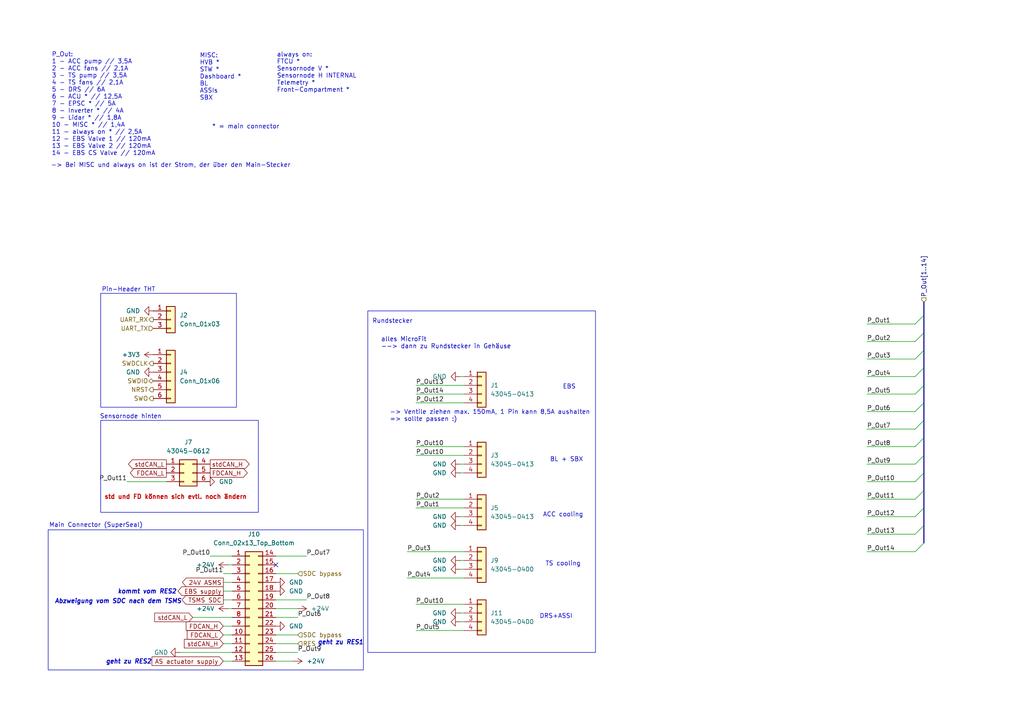
<source format=kicad_sch>
(kicad_sch (version 20231120) (generator "eeschema") (generator_version "8.0")
  (paper "A4")
  (title_block (title "PDU FT25") (date "2025-01-15") (rev "V1.2") (company "Janek Herm") (comment 1 "FaSTTUBe Electronics"))
  (lib_symbols
    (symbol "Connector_Generic:Conn_01x03" (pin_names (offset 1.016) hide)
      (property "Reference" "J" (at 0 5.08 0))
      (property "Value" "Conn_01x03" (at 0 -5.08 0))
      (symbol "Conn_01x03_1_1"
        (rectangle (start -1.27 -2.413) (end 0 -2.667) (stroke (width 0.1524)))
        (rectangle (start -1.27 0.127) (end 0 -0.127) (stroke (width 0.1524)))
        (rectangle (start -1.27 2.667) (end 0 2.413) (stroke (width 0.1524)))
        (rectangle (start -1.27 3.81) (end 1.27 -3.81) (stroke (width 0.254)) (fill (type background)))
        (pin passive line (at -5.08 2.54 0) (length 3.81) (name "Pin_1") (number "1"))
        (pin passive line (at -5.08 0 0) (length 3.81) (name "Pin_2") (number "2"))
        (pin passive line (at -5.08 -2.54 0) (length 3.81) (name "Pin_3") (number "3"))
      )
    )
    (symbol "Connector_Generic:Conn_01x04" (pin_names (offset 1.016) hide)
      (property "Reference" "J" (at 0 5.08 0))
      (property "Value" "Conn_01x04" (at 0 -7.62 0))
      (symbol "Conn_01x04_1_1"
        (rectangle (start -1.27 -4.953) (end 0 -5.207) (stroke (width 0.1524)))
        (rectangle (start -1.27 -2.413) (end 0 -2.667) (stroke (width 0.1524)))
        (rectangle (start -1.27 0.127) (end 0 -0.127) (stroke (width 0.1524)))
        (rectangle (start -1.27 2.667) (end 0 2.413) (stroke (width 0.1524)))
        (rectangle (start -1.27 3.81) (end 1.27 -6.35) (stroke (width 0.254)) (fill (type background)))
        (pin passive line (at -5.08 2.54 0) (length 3.81) (name "Pin_1") (number "1"))
        (pin passive line (at -5.08 0 0) (length 3.81) (name "Pin_2") (number "2"))
        (pin passive line (at -5.08 -2.54 0) (length 3.81) (name "Pin_3") (number "3"))
        (pin passive line (at -5.08 -5.08 0) (length 3.81) (name "Pin_4") (number "4"))
      )
    )
    (symbol "Connector_Generic:Conn_01x06" (pin_names (offset 1.016) hide)
      (property "Reference" "J" (at 0 7.62 0))
      (property "Value" "Conn_01x06" (at 0 -10.16 0))
      (symbol "Conn_01x06_1_1"
        (rectangle (start -1.27 -7.493) (end 0 -7.747) (stroke (width 0.1524)))
        (rectangle (start -1.27 -4.953) (end 0 -5.207) (stroke (width 0.1524)))
        (rectangle (start -1.27 -2.413) (end 0 -2.667) (stroke (width 0.1524)))
        (rectangle (start -1.27 0.127) (end 0 -0.127) (stroke (width 0.1524)))
        (rectangle (start -1.27 2.667) (end 0 2.413) (stroke (width 0.1524)))
        (rectangle (start -1.27 5.207) (end 0 4.953) (stroke (width 0.1524)))
        (rectangle (start -1.27 6.35) (end 1.27 -8.89) (stroke (width 0.254)) (fill (type background)))
        (pin passive line (at -5.08 5.08 0) (length 3.81) (name "Pin_1") (number "1"))
        (pin passive line (at -5.08 2.54 0) (length 3.81) (name "Pin_2") (number "2"))
        (pin passive line (at -5.08 0 0) (length 3.81) (name "Pin_3") (number "3"))
        (pin passive line (at -5.08 -2.54 0) (length 3.81) (name "Pin_4") (number "4"))
        (pin passive line (at -5.08 -5.08 0) (length 3.81) (name "Pin_5") (number "5"))
        (pin passive line (at -5.08 -7.62 0) (length 3.81) (name "Pin_6") (number "6"))
      )
    )
    (symbol "Connector_Generic:Conn_02x03_Top_Bottom" (pin_names (offset 1.016) hide)
      (property "Reference" "J" (at 1.27 5.08 0))
      (property "Value" "Conn_02x03_Top_Bottom" (at 1.27 -5.08 0))
      (symbol "Conn_02x03_Top_Bottom_1_1"
        (rectangle (start -1.27 -2.413) (end 0 -2.667) (stroke (width 0.1524)))
        (rectangle (start -1.27 0.127) (end 0 -0.127) (stroke (width 0.1524)))
        (rectangle (start -1.27 2.667) (end 0 2.413) (stroke (width 0.1524)))
        (rectangle (start -1.27 3.81) (end 3.81 -3.81) (stroke (width 0.254)) (fill (type background)))
        (rectangle (start 3.81 -2.413) (end 2.54 -2.667) (stroke (width 0.1524)))
        (rectangle (start 3.81 0.127) (end 2.54 -0.127) (stroke (width 0.1524)))
        (rectangle (start 3.81 2.667) (end 2.54 2.413) (stroke (width 0.1524)))
        (pin passive line (at -5.08 2.54 0) (length 3.81) (name "Pin_1") (number "1"))
        (pin passive line (at -5.08 0 0) (length 3.81) (name "Pin_2") (number "2"))
        (pin passive line (at -5.08 -2.54 0) (length 3.81) (name "Pin_3") (number "3"))
        (pin passive line (at 7.62 2.54 180) (length 3.81) (name "Pin_4") (number "4"))
        (pin passive line (at 7.62 0 180) (length 3.81) (name "Pin_5") (number "5"))
        (pin passive line (at 7.62 -2.54 180) (length 3.81) (name "Pin_6") (number "6"))
      )
    )
    (symbol "Connector_Generic:Conn_02x13_Top_Bottom" (pin_names (offset 1.016) hide)
      (property "Reference" "J" (at 1.27 17.78 0))
      (property "Value" "Conn_02x13_Top_Bottom" (at 1.27 -17.78 0))
      (symbol "Conn_02x13_Top_Bottom_1_1"
        (rectangle (start -1.27 -15.113) (end 0 -15.367) (stroke (width 0.1524)))
        (rectangle (start -1.27 -12.573) (end 0 -12.827) (stroke (width 0.1524)))
        (rectangle (start -1.27 -10.033) (end 0 -10.287) (stroke (width 0.1524)))
        (rectangle (start -1.27 -7.493) (end 0 -7.747) (stroke (width 0.1524)))
        (rectangle (start -1.27 -4.953) (end 0 -5.207) (stroke (width 0.1524)))
        (rectangle (start -1.27 -2.413) (end 0 -2.667) (stroke (width 0.1524)))
        (rectangle (start -1.27 0.127) (end 0 -0.127) (stroke (width 0.1524)))
        (rectangle (start -1.27 2.667) (end 0 2.413) (stroke (width 0.1524)))
        (rectangle (start -1.27 5.207) (end 0 4.953) (stroke (width 0.1524)))
        (rectangle (start -1.27 7.747) (end 0 7.493) (stroke (width 0.1524)))
        (rectangle (start -1.27 10.287) (end 0 10.033) (stroke (width 0.1524)))
        (rectangle (start -1.27 12.827) (end 0 12.573) (stroke (width 0.1524)))
        (rectangle (start -1.27 15.367) (end 0 15.113) (stroke (width 0.1524)))
        (rectangle (start -1.27 16.51) (end 3.81 -16.51) (stroke (width 0.254)) (fill (type background)))
        (rectangle (start 3.81 -15.113) (end 2.54 -15.367) (stroke (width 0.1524)))
        (rectangle (start 3.81 -12.573) (end 2.54 -12.827) (stroke (width 0.1524)))
        (rectangle (start 3.81 -10.033) (end 2.54 -10.287) (stroke (width 0.1524)))
        (rectangle (start 3.81 -7.493) (end 2.54 -7.747) (stroke (width 0.1524)))
        (rectangle (start 3.81 -4.953) (end 2.54 -5.207) (stroke (width 0.1524)))
        (rectangle (start 3.81 -2.413) (end 2.54 -2.667) (stroke (width 0.1524)))
        (rectangle (start 3.81 0.127) (end 2.54 -0.127) (stroke (width 0.1524)))
        (rectangle (start 3.81 2.667) (end 2.54 2.413) (stroke (width 0.1524)))
        (rectangle (start 3.81 5.207) (end 2.54 4.953) (stroke (width 0.1524)))
        (rectangle (start 3.81 7.747) (end 2.54 7.493) (stroke (width 0.1524)))
        (rectangle (start 3.81 10.287) (end 2.54 10.033) (stroke (width 0.1524)))
        (rectangle (start 3.81 12.827) (end 2.54 12.573) (stroke (width 0.1524)))
        (rectangle (start 3.81 15.367) (end 2.54 15.113) (stroke (width 0.1524)))
        (pin passive line (at -5.08 15.24 0) (length 3.81) (name "Pin_1") (number "1"))
        (pin passive line (at -5.08 -7.62 0) (length 3.81) (name "Pin_10") (number "10"))
        (pin passive line (at -5.08 -10.16 0) (length 3.81) (name "Pin_11") (number "11"))
        (pin passive line (at -5.08 -12.7 0) (length 3.81) (name "Pin_12") (number "12"))
        (pin passive line (at -5.08 -15.24 0) (length 3.81) (name "Pin_13") (number "13"))
        (pin passive line (at 7.62 15.24 180) (length 3.81) (name "Pin_14") (number "14"))
        (pin passive line (at 7.62 12.7 180) (length 3.81) (name "Pin_15") (number "15"))
        (pin passive line (at 7.62 10.16 180) (length 3.81) (name "Pin_16") (number "16"))
        (pin passive line (at 7.62 7.62 180) (length 3.81) (name "Pin_17") (number "17"))
        (pin passive line (at 7.62 5.08 180) (length 3.81) (name "Pin_18") (number "18"))
        (pin passive line (at 7.62 2.54 180) (length 3.81) (name "Pin_19") (number "19"))
        (pin passive line (at -5.08 12.7 0) (length 3.81) (name "Pin_2") (number "2"))
        (pin passive line (at 7.62 0 180) (length 3.81) (name "Pin_20") (number "20"))
        (pin passive line (at 7.62 -2.54 180) (length 3.81) (name "Pin_21") (number "21"))
        (pin passive line (at 7.62 -5.08 180) (length 3.81) (name "Pin_22") (number "22"))
        (pin passive line (at 7.62 -7.62 180) (length 3.81) (name "Pin_23") (number "23"))
        (pin passive line (at 7.62 -10.16 180) (length 3.81) (name "Pin_24") (number "24"))
        (pin passive line (at 7.62 -12.7 180) (length 3.81) (name "Pin_25") (number "25"))
        (pin passive line (at 7.62 -15.24 180) (length 3.81) (name "Pin_26") (number "26"))
        (pin passive line (at -5.08 10.16 0) (length 3.81) (name "Pin_3") (number "3"))
        (pin passive line (at -5.08 7.62 0) (length 3.81) (name "Pin_4") (number "4"))
        (pin passive line (at -5.08 5.08 0) (length 3.81) (name "Pin_5") (number "5"))
        (pin passive line (at -5.08 2.54 0) (length 3.81) (name "Pin_6") (number "6"))
        (pin passive line (at -5.08 0 0) (length 3.81) (name "Pin_7") (number "7"))
        (pin passive line (at -5.08 -2.54 0) (length 3.81) (name "Pin_8") (number "8"))
        (pin passive line (at -5.08 -5.08 0) (length 3.81) (name "Pin_9") (number "9"))
      )
    )
    (symbol "power:+24V" (power) (pin_numbers hide) (pin_names (offset 0) hide)
      (property "Value" "+24V" (at 0 3.556 0))
      (symbol "+24V_0_1"
        (polyline (pts (xy -0.762 1.27) (xy 0 2.54)))
        (polyline (pts (xy 0 0) (xy 0 2.54)))
        (polyline (pts (xy 0 2.54) (xy 0.762 1.27)))
      )
      (symbol "+24V_1_1"
        (pin power_in line (at 0 0 90) (length 0) (name "~") (number "1"))
      )
    )
    (symbol "power:+3.3V" (power) (pin_numbers hide) (pin_names (offset 0) hide)
      (property "Value" "+3.3V" (at 0 3.556 0))
      (symbol "+3.3V_0_1"
        (polyline (pts (xy -0.762 1.27) (xy 0 2.54)))
        (polyline (pts (xy 0 0) (xy 0 2.54)))
        (polyline (pts (xy 0 2.54) (xy 0.762 1.27)))
      )
      (symbol "+3.3V_1_1"
        (pin power_in line (at 0 0 90) (length 0) (name "~") (number "1"))
      )
    )
    (symbol "power:GND" (power) (pin_numbers hide) (pin_names (offset 0) hide)
      (property "Value" "GND" (at 0 -3.81 0))
      (symbol "GND_0_1"
        (polyline (pts (xy 0 0) (xy 0 -1.27) (xy 1.27 -1.27) (xy 0 -2.54) (xy -1.27 -1.27) (xy 0 -1.27)))
      )
      (symbol "GND_1_1"
        (pin power_in line (at 0 0 270) (length 0) (name "~") (number "1"))
      )
    )
  )
  (no_connect (at 80.01 163.83))
  (bus_entry (at 265.43 109.22) (size 2.54 -2.54))
  (bus_entry (at 265.43 99.06) (size 2.54 -2.54))
  (bus_entry (at 265.43 160.02) (size 2.54 -2.54))
  (bus_entry (at 265.43 129.54) (size 2.54 -2.54))
  (bus_entry (at 265.43 134.62) (size 2.54 -2.54))
  (bus_entry (at 265.43 119.38) (size 2.54 -2.54))
  (bus_entry (at 265.43 93.98) (size 2.54 -2.54))
  (bus_entry (at 265.43 114.3) (size 2.54 -2.54))
  (bus_entry (at 265.43 139.7) (size 2.54 -2.54))
  (bus_entry (at 265.43 149.86) (size 2.54 -2.54))
  (bus_entry (at 265.43 104.14) (size 2.54 -2.54))
  (bus_entry (at 265.43 144.78) (size 2.54 -2.54))
  (bus_entry (at 265.43 154.94) (size 2.54 -2.54))
  (bus_entry (at 265.43 124.46) (size 2.54 -2.54))
  (wire (pts (xy 251.46 149.86) (xy 265.43 149.86)))
  (wire (pts (xy 67.31 161.29) (xy 60.96 161.29)))
  (wire (pts (xy 120.65 144.78) (xy 134.62 144.78)))
  (bus (pts (xy 267.97 142.24) (xy 267.97 147.32)))
  (bus (pts (xy 267.97 121.92) (xy 267.97 127)))
  (wire (pts (xy 120.65 111.76) (xy 134.62 111.76)))
  (wire (pts (xy 251.46 154.94) (xy 265.43 154.94)))
  (wire (pts (xy 85.09 191.77) (xy 80.01 191.77)))
  (wire (pts (xy 64.77 173.99) (xy 67.31 173.99)))
  (wire (pts (xy 120.65 114.3) (xy 134.62 114.3)))
  (bus (pts (xy 267.97 127) (xy 267.97 132.08)))
  (wire (pts (xy 118.11 167.64) (xy 134.62 167.64)))
  (wire (pts (xy 251.46 134.62) (xy 265.43 134.62)))
  (wire (pts (xy 55.88 179.07) (xy 67.31 179.07)))
  (wire (pts (xy 67.31 191.77) (xy 64.77 191.77)))
  (wire (pts (xy 251.46 160.02) (xy 265.43 160.02)))
  (bus (pts (xy 267.97 147.32) (xy 267.97 152.4)))
  (wire (pts (xy 67.31 166.37) (xy 64.77 166.37)))
  (wire (pts (xy 251.46 129.54) (xy 265.43 129.54)))
  (wire (pts (xy 52.07 189.23) (xy 67.31 189.23)))
  (bus (pts (xy 267.97 116.84) (xy 267.97 121.92)))
  (wire (pts (xy 251.46 139.7) (xy 265.43 139.7)))
  (wire (pts (xy 251.46 119.38) (xy 265.43 119.38)))
  (wire (pts (xy 251.46 114.3) (xy 265.43 114.3)))
  (wire (pts (xy 133.35 165.1) (xy 134.62 165.1)))
  (wire (pts (xy 86.36 176.53) (xy 80.01 176.53)))
  (bus (pts (xy 267.97 101.6) (xy 267.97 106.68)))
  (wire (pts (xy 251.46 99.06) (xy 265.43 99.06)))
  (wire (pts (xy 251.46 124.46) (xy 265.43 124.46)))
  (bus (pts (xy 267.97 137.16) (xy 267.97 142.24)))
  (bus (pts (xy 267.97 111.76) (xy 267.97 116.84)))
  (wire (pts (xy 133.35 134.62) (xy 134.62 134.62)))
  (wire (pts (xy 80.01 184.15) (xy 86.36 184.15)))
  (wire (pts (xy 133.35 162.56) (xy 134.62 162.56)))
  (wire (pts (xy 120.65 147.32) (xy 134.62 147.32)))
  (wire (pts (xy 251.46 109.22) (xy 265.43 109.22)))
  (wire (pts (xy 120.65 175.26) (xy 134.62 175.26)))
  (wire (pts (xy 66.04 176.53) (xy 67.31 176.53)))
  (wire (pts (xy 64.77 171.45) (xy 67.31 171.45)))
  (bus (pts (xy 267.97 87.63) (xy 267.97 91.44)))
  (bus (pts (xy 267.97 152.4) (xy 267.97 157.48)))
  (bus (pts (xy 267.97 91.44) (xy 267.97 96.52)))
  (wire (pts (xy 251.46 104.14) (xy 265.43 104.14)))
  (wire (pts (xy 133.35 177.8) (xy 134.62 177.8)))
  (wire (pts (xy 134.62 132.08) (xy 120.65 132.08)))
  (wire (pts (xy 80.01 161.29) (xy 88.9 161.29)))
  (bus (pts (xy 267.97 96.52) (xy 267.97 101.6)))
  (wire (pts (xy 133.35 180.34) (xy 134.62 180.34)))
  (wire (pts (xy 36.83 139.7) (xy 48.26 139.7)))
  (wire (pts (xy 133.35 152.4) (xy 134.62 152.4)))
  (wire (pts (xy 64.77 168.91) (xy 67.31 168.91)))
  (wire (pts (xy 64.77 186.69) (xy 67.31 186.69)))
  (wire (pts (xy 80.01 179.07) (xy 86.36 179.07)))
  (bus (pts (xy 267.97 106.68) (xy 267.97 111.76)))
  (wire (pts (xy 251.46 144.78) (xy 265.43 144.78)))
  (wire (pts (xy 66.04 163.83) (xy 67.31 163.83)))
  (wire (pts (xy 80.01 189.23) (xy 86.36 189.23)))
  (wire (pts (xy 64.77 184.15) (xy 67.31 184.15)))
  (wire (pts (xy 80.01 166.37) (xy 86.36 166.37)))
  (wire (pts (xy 120.65 129.54) (xy 134.62 129.54)))
  (bus (pts (xy 267.97 132.08) (xy 267.97 137.16)))
  (wire (pts (xy 120.65 182.88) (xy 134.62 182.88)))
  (wire (pts (xy 80.01 173.99) (xy 88.9 173.99)))
  (wire (pts (xy 133.35 109.22) (xy 134.62 109.22)))
  (wire (pts (xy 133.35 137.16) (xy 134.62 137.16)))
  (wire (pts (xy 251.46 93.98) (xy 265.43 93.98)))
  (wire (pts (xy 80.01 186.69) (xy 86.36 186.69)))
  (wire (pts (xy 120.65 116.84) (xy 134.62 116.84)))
  (wire (pts (xy 118.11 160.02) (xy 134.62 160.02)))
  (wire (pts (xy 133.35 149.86) (xy 134.62 149.86)))
  (wire (pts (xy 64.77 181.61) (xy 67.31 181.61)))
  (wire (pts (xy 59.69 139.7) (xy 60.96 139.7)))
  (rectangle (start 29.21 85.09) (end 68.58 118.11))
  (rectangle (start 106.68 90.17) (end 172.72 189.23))
  (rectangle (start 13.97 153.67) (end 105.41 194.31))
  (rectangle (start 29.21 121.92) (end 74.93 148.59))
  (text "* = main connector" (at 61.468 36.83 0) (effects (font (size 1.27 1.27)) (justify left)))
  (text "DRS+ASSI" (at 161.29 178.816 0) (effects (font (size 1.27 1.27))))
  (text "Pin-Header THT" (at 29.464 84.074 0) (effects (font (size 1.27 1.27)) (justify left)))
  (text "kommt vom RES2" (at 42.672 171.704 0) (effects (font (size 1.27 1.27) (thickness 0.254) (bold yes) (italic yes))))
  (text "Abzweigung vom SDC nach dem TSMS" (at 34.29 174.498 0) (effects (font (size 1.27 1.27) (thickness 0.254) (bold yes) (italic yes))))
  (text "alles MicroFit\n--> dann zu Rundstecker in Gehäuse" (at 110.49 99.568 0) (effects (font (size 1.27 1.27) (thickness 0.1588)) (justify left)))
  (text "Sensornode hinten" (at 28.956 120.904 0) (effects (font (size 1.27 1.27)) (justify left)))
  (text "Rundstecker" (at 107.95 93.218 0) (effects (font (size 1.27 1.27)) (justify left)))
  (text "Main Connector (SuperSeal)" (at 14.224 152.4 0) (effects (font (size 1.27 1.27)) (justify left)))
  (text "-> Ventile ziehen max. 150mA, 1 Pin kann 8,5A aushalten \n=> sollte passen :)" (at 113.03 120.65 0) (effects (font (size 1.27 1.27)) (justify left)))
  (text "EBS" (at 165.1 112.268 0) (effects (font (size 1.27 1.27))))
  (text "MISC:\nHVB *\nSTW *\nDashboard *\nBL\nASSIs\nSBX" (at 57.912 22.352 0) (effects (font (size 1.27 1.27)) (justify left)))
  (text "-> Bei MISC und always on ist der Strom, der über den Main-Stecker" (at 49.53 48.006 0) (effects (font (size 1.27 1.27))))
  (text "TS cooling" (at 163.322 163.576 0) (effects (font (size 1.27 1.27))))
  (text "std und FD können sich evtl. noch ändern" (at 30.226 144.272 0) (effects (font (size 1.27 1.27) (thickness 0.254) (bold yes)) (justify left)))
  (text "geht zu RES2" (at 37.338 192.024 0) (effects (font (size 1.27 1.27) (thickness 0.254) (bold yes) (italic yes))))
  (text "P_Out:\n1 - ACC pump // 3,5A\n2 - ACC fans // 2,1A\n3 - TS pump // 3,5A\n4 - TS fans // 2,1A\n5 - DRS // 6A\n6 - ACU * // 12,5A\n7 - EPSC * // 5A\n8 - Inverter * // 4A\n9 - Lidar * // 1,8A\n10 - MISC * // 1,4A\n11 - always on * // 2,5A\n12 - EBS Valve 1 // 120mA\n13 - EBS Valve 2 // 120mA\n14 - EBS CS Valve // 120mA" (at 14.986 30.226 0) (effects (font (size 1.27 1.27)) (justify left)))
  (text "BL + SBX" (at 164.338 133.35 0) (effects (font (size 1.27 1.27))))
  (text "geht zu RES1" (at 98.806 186.436 0) (effects (font (size 1.27 1.27) (thickness 0.254) (bold yes) (italic yes))))
  (text "ACC cooling" (at 163.322 149.352 0) (effects (font (size 1.27 1.27))))
  (text "always on:\nFTCU *\nSensornode V *\nSensornode H INTERNAL\nTelemetry * \nFront-Compartment *" (at 80.264 21.082 0) (effects (font (size 1.27 1.27)) (justify left)))
  (label "P_Out10" (at 251.46 139.7 0))
  (label "P_Out7" (at 88.9 161.29 0))
  (label "P_Out3" (at 251.46 104.14 0))
  (label "P_Out1" (at 251.46 93.98 0))
  (label "P_Out8" (at 251.46 129.54 0))
  (label "P_Out13" (at 251.46 154.94 0))
  (label "P_Out5" (at 120.65 182.88 0))
  (label "P_Out1" (at 120.65 147.32 0))
  (label "P_Out10" (at 60.96 161.29 180))
  (label "P_Out9" (at 251.46 134.62 0))
  (label "P_Out10" (at 120.65 129.54 0))
  (label "P_Out11" (at 251.46 144.78 0))
  (label "P_Out5" (at 251.46 114.3 0))
  (label "P_Out9" (at 86.36 189.23 0))
  (label "P_Out12" (at 251.46 149.86 0))
  (label "P_Out2" (at 251.46 99.06 0))
  (label "P_Out12" (at 120.65 116.84 0))
  (label "P_Out11" (at 36.83 139.7 180))
  (label "P_Out8" (at 88.9 173.99 0))
  (label "P_Out11" (at 64.77 166.37 180))
  (label "P_Out14" (at 120.65 114.3 0))
  (label "P_Out4" (at 118.11 167.64 0))
  (label "P_Out6" (at 86.36 179.07 0))
  (label "P_Out7" (at 251.46 124.46 0))
  (label "P_Out2" (at 120.65 144.78 0))
  (label "P_Out10" (at 120.65 132.08 0))
  (label "P_Out10" (at 120.65 175.26 0))
  (label "P_Out3" (at 118.11 160.02 0))
  (label "P_Out13" (at 120.65 111.76 0))
  (label "P_Out14" (at 251.46 160.02 0))
  (label "P_Out4" (at 251.46 109.22 0))
  (label "P_Out6" (at 251.46 119.38 0))
  (global_label "TSMS SDC" (shape output) (at 64.77 173.99 180) (property "Intersheetrefs" "${INTERSHEET_REFS}" (effects (hide yes))))
  (global_label "stdCAN_H" (shape output) (at 60.96 134.62 0) (property "Intersheetrefs" "${INTERSHEET_REFS}" (effects (hide yes))))
  (global_label "FDCAN_H" (shape output) (at 60.96 137.16 0) (property "Intersheetrefs" "${INTERSHEET_REFS}" (effects (hide yes))))
  (global_label "stdCAN_L" (shape input) (at 55.88 179.07 180) (property "Intersheetrefs" "${INTERSHEET_REFS}" (effects (hide yes))))
  (global_label "FDCAN_L" (shape output) (at 48.26 137.16 180) (property "Intersheetrefs" "${INTERSHEET_REFS}" (effects (hide yes))))
  (global_label "FDCAN_L" (shape input) (at 64.77 184.15 180) (property "Intersheetrefs" "${INTERSHEET_REFS}" (effects (hide yes))))
  (global_label "stdCAN_H" (shape input) (at 64.77 186.69 180) (property "Intersheetrefs" "${INTERSHEET_REFS}" (effects (hide yes))))
  (global_label "EBS supply" (shape output) (at 64.77 171.45 180) (property "Intersheetrefs" "${INTERSHEET_REFS}" (effects (hide yes))))
  (global_label "24V ASMS" (shape output) (at 64.77 168.91 180) (property "Intersheetrefs" "${INTERSHEET_REFS}" (effects (hide yes))))
  (global_label "stdCAN_L" (shape output) (at 48.26 134.62 180) (property "Intersheetrefs" "${INTERSHEET_REFS}" (effects (hide yes))))
  (global_label "FDCAN_H" (shape input) (at 64.77 181.61 180) (property "Intersheetrefs" "${INTERSHEET_REFS}" (effects (hide yes))))
  (global_label "AS actuator supply" (shape input) (at 64.77 191.77 180) (property "Intersheetrefs" "${INTERSHEET_REFS}" (effects (hide yes))))
  (hierarchical_label "P_Out[1..14]" (shape input) (at 267.97 87.63 90) (effects (font (thickness 0.1588))))
  (hierarchical_label "SWDIO" (shape bidirectional) (at 44.45 110.49 180) (effects (font (thickness 0.1588))))
  (hierarchical_label "SWO" (shape output) (at 44.45 115.57 180))
  (hierarchical_label "RES" (shape input) (at 86.36 186.69 0))
  (hierarchical_label "UART_TX" (shape input) (at 44.45 95.25 180))
  (hierarchical_label "SDC bypass" (shape input) (at 86.36 166.37 0))
  (hierarchical_label "NRST" (shape output) (at 44.45 113.03 180) (effects (font (thickness 0.1588))))
  (hierarchical_label "SWDCLK" (shape output) (at 44.45 105.41 180))
  (hierarchical_label "UART_RX" (shape output) (at 44.45 92.71 180))
  (hierarchical_label "SDC bypass" (shape input) (at 86.36 184.15 0))
  (symbol (lib_id "Connector_Generic:Conn_01x04") (at 139.7 111.76 0) (unit 1)
    (property "Reference" "J1" (at 142.24 111.7599 0) (effects (justify left)))
    (property "Value" "43045-0413" (at 142.24 114.2999 0) (effects (justify left)))
    (property "Footprint" "Connector_Molex:Molex_Micro-Fit_3.0_43045-0412_2x02_P3.00mm_Vertical" (effects (hide yes)))
    (property "Description" "Generic connector, single row, 01x04, script generated (kicad-library-utils/schlib/autogen/connector/)" (effects (hide yes)))
  )
  (symbol (lib_id "power:GND") (at 133.35 177.8 270) (mirror x) (unit 1)
    (property "Reference" "#PWR0215" (effects (hide yes)))
    (property "Value" "GND" (at 129.54 177.7999 90) (effects (justify right)))
    (property "Description" "Power symbol creates a global label with name \"GND\" , ground" (effects (hide yes)))
  )
  (symbol (lib_id "power:+3.3V") (at 44.45 102.87 90) (unit 1)
    (property "Reference" "#PWR035" (effects (hide yes)))
    (property "Value" "+3V3" (at 40.64 102.8699 90) (effects (justify left)))
    (property "Description" "Power symbol creates a global label with name \"+3.3V\"" (effects (hide yes)))
  )
  (symbol (lib_id "power:GND") (at 133.35 180.34 270) (unit 1)
    (property "Reference" "#PWR0214" (effects (hide yes)))
    (property "Value" "GND" (at 129.54 180.3401 90) (effects (justify right)))
    (property "Description" "Power symbol creates a global label with name \"GND\" , ground" (effects (hide yes)))
  )
  (symbol (lib_id "power:GND") (at 133.35 134.62 270) (mirror x) (unit 1)
    (property "Reference" "#PWR0221" (effects (hide yes)))
    (property "Value" "GND" (at 129.54 134.6199 90) (effects (justify right)))
    (property "Description" "Power symbol creates a global label with name \"GND\" , ground" (effects (hide yes)))
  )
  (symbol (lib_id "power:+24V") (at 66.04 176.53 90) (mirror x) (unit 1)
    (property "Reference" "#PWR0196" (effects (hide yes)))
    (property "Value" "+24V" (at 62.23 176.5301 90) (effects (justify left)))
    (property "Description" "Power symbol creates a global label with name \"+24V\"" (effects (hide yes)))
  )
  (symbol (lib_id "power:GND") (at 52.07 189.23 270) (unit 1)
    (property "Reference" "#PWR045" (effects (hide yes)))
    (property "Value" "GND" (at 46.736 189.23 90))
    (property "Description" "Power symbol creates a global label with name \"GND\" , ground" (effects (hide yes)))
  )
  (symbol (lib_id "power:GND") (at 44.45 90.17 270) (unit 1)
    (property "Reference" "#PWR034" (effects (hide yes)))
    (property "Value" "GND" (at 40.64 90.1699 90) (effects (justify right)))
    (property "Description" "Power symbol creates a global label with name \"GND\" , ground" (effects (hide yes)))
  )
  (symbol (lib_id "Connector_Generic:Conn_01x04") (at 139.7 132.08 0) (unit 1)
    (property "Reference" "J3" (at 142.24 132.0799 0) (effects (justify left)))
    (property "Value" "43045-0413" (at 142.24 134.6199 0) (effects (justify left)))
    (property "Footprint" "Connector_Molex:Molex_Micro-Fit_3.0_43045-0412_2x02_P3.00mm_Vertical" (effects (hide yes)))
    (property "Description" "Generic connector, single row, 01x04, script generated (kicad-library-utils/schlib/autogen/connector/)" (effects (hide yes)))
  )
  (symbol (lib_id "power:GND") (at 80.01 171.45 90) (unit 1)
    (property "Reference" "#PWR0213" (effects (hide yes)))
    (property "Value" "GND" (at 83.82 171.4499 90) (effects (justify right)))
    (property "Description" "Power symbol creates a global label with name \"GND\" , ground" (effects (hide yes)))
  )
  (symbol (lib_id "power:GND") (at 133.35 149.86 270) (unit 1)
    (property "Reference" "#PWR0219" (effects (hide yes)))
    (property "Value" "GND" (at 129.54 149.8601 90) (effects (justify right)))
    (property "Description" "Power symbol creates a global label with name \"GND\" , ground" (effects (hide yes)))
  )
  (symbol (lib_id "power:GND") (at 80.01 181.61 90) (mirror x) (unit 1)
    (property "Reference" "#PWR0195" (effects (hide yes)))
    (property "Value" "GND" (at 83.82 181.6099 90) (effects (justify right)))
    (property "Description" "Power symbol creates a global label with name \"GND\" , ground" (effects (hide yes)))
  )
  (symbol (lib_id "Connector_Generic:Conn_01x06") (at 49.53 107.95 0) (unit 1)
    (property "Reference" "J4" (at 52.07 107.9499 0) (effects (justify left)))
    (property "Value" "Conn_01x06" (at 52.07 110.4899 0) (effects (justify left)))
    (property "Footprint" "Connector_PinHeader_2.54mm:PinHeader_1x06_P2.54mm_Vertical" (effects (hide yes)))
    (property "Description" "Generic connector, single row, 01x06, script generated (kicad-library-utils/schlib/autogen/connector/)" (effects (hide yes)))
  )
  (symbol (lib_id "power:+24V") (at 85.09 191.77 270) (unit 1)
    (property "Reference" "#PWR044" (effects (hide yes)))
    (property "Value" "+24V" (at 88.9 191.7701 90) (effects (justify left)))
    (property "Description" "Power symbol creates a global label with name \"+24V\"" (effects (hide yes)))
  )
  (symbol (lib_id "Connector_Generic:Conn_01x04") (at 139.7 177.8 0) (unit 1)
    (property "Reference" "J11" (at 142.24 177.7999 0) (effects (justify left)))
    (property "Value" "43045-0400" (at 142.24 180.3399 0) (effects (justify left)))
    (property "Footprint" "43045-0400:43045-04_00,01,02,10_" (effects (hide yes)))
    (property "Description" "Generic connector, single row, 01x04, script generated (kicad-library-utils/schlib/autogen/connector/)" (effects (hide yes)))
  )
  (symbol (lib_id "power:+24V") (at 66.04 163.83 90) (unit 1)
    (property "Reference" "#PWR0156" (effects (hide yes)))
    (property "Value" "+24V" (at 62.23 163.8299 90) (effects (justify left)))
    (property "Description" "Power symbol creates a global label with name \"+24V\"" (effects (hide yes)))
  )
  (symbol (lib_id "Connector_Generic:Conn_02x13_Top_Bottom") (at 72.39 176.53 0) (unit 1)
    (property "Reference" "J10" (at 73.66 154.94 0))
    (property "Value" "Conn_02x13_Top_Bottom" (at 73.66 157.48 0))
    (property "Footprint" "6437288-4:64372884" (effects (hide yes)))
    (property "Description" "Generic connector, double row, 02x13, top/bottom pin numbering scheme (row 1: 1...pins_per_row, row2: pins_per_row+1 ... num_pins), script generated (kicad-library-utils/schlib/autogen/connector/)" (effects (hide yes)))
  )
  (symbol (lib_id "power:GND") (at 133.35 162.56 270) (mirror x) (unit 1)
    (property "Reference" "#PWR0217" (effects (hide yes)))
    (property "Value" "GND" (at 129.54 162.5599 90) (effects (justify right)))
    (property "Description" "Power symbol creates a global label with name \"GND\" , ground" (effects (hide yes)))
  )
  (symbol (lib_id "power:GND") (at 80.01 168.91 90) (unit 1)
    (property "Reference" "#PWR0205" (effects (hide yes)))
    (property "Value" "GND" (at 83.82 168.9099 90) (effects (justify right)))
    (property "Description" "Power symbol creates a global label with name \"GND\" , ground" (effects (hide yes)))
  )
  (symbol (lib_id "Connector_Generic:Conn_01x04") (at 139.7 162.56 0) (unit 1)
    (property "Reference" "J9" (at 142.24 162.5599 0) (effects (justify left)))
    (property "Value" "43045-0400" (at 142.24 165.0999 0) (effects (justify left)))
    (property "Footprint" "43045-0400:43045-04_00,01,02,10_" (effects (hide yes)))
    (property "Description" "Generic connector, single row, 01x04, script generated (kicad-library-utils/schlib/autogen/connector/)" (effects (hide yes)))
  )
  (symbol (lib_id "Connector_Generic:Conn_01x04") (at 139.7 147.32 0) (unit 1)
    (property "Reference" "J5" (at 142.24 147.3199 0) (effects (justify left)))
    (property "Value" "43045-0413" (at 142.24 149.8599 0) (effects (justify left)))
    (property "Footprint" "Connector_Molex:Molex_Micro-Fit_3.0_43045-0412_2x02_P3.00mm_Vertical" (effects (hide yes)))
    (property "Description" "Generic connector, single row, 01x04, script generated (kicad-library-utils/schlib/autogen/connector/)" (effects (hide yes)))
  )
  (symbol (lib_id "power:+24V") (at 86.36 176.53 270) (unit 1)
    (property "Reference" "#PWR0206" (effects (hide yes)))
    (property "Value" "+24V" (at 90.17 176.5301 90) (effects (justify left)))
    (property "Description" "Power symbol creates a global label with name \"+24V\"" (effects (hide yes)))
  )
  (symbol (lib_id "Connector_Generic:Conn_02x03_Top_Bottom") (at 53.34 137.16 0) (unit 1)
    (property "Reference" "J7" (at 54.61 128.27 0))
    (property "Value" "43045-0612" (at 54.61 130.81 0))
    (property "Footprint" "Connector_Molex:Molex_Micro-Fit_3.0_43045-0612_2x03_P3.00mm_Vertical" (effects (hide yes)))
    (property "Description" "Generic connector, double row, 02x03, top/bottom pin numbering scheme (row 1: 1...pins_per_row, row2: pins_per_row+1 ... num_pins), script generated (kicad-library-utils/schlib/autogen/connector/)" (effects (hide yes)))
  )
  (symbol (lib_id "power:GND") (at 133.35 137.16 270) (mirror x) (unit 1)
    (property "Reference" "#PWR0220" (effects (hide yes)))
    (property "Value" "GND" (at 129.54 137.1599 90) (effects (justify right)))
    (property "Description" "Power symbol creates a global label with name \"GND\" , ground" (effects (hide yes)))
  )
  (symbol (lib_id "power:GND") (at 59.69 139.7 90) (unit 1)
    (property "Reference" "#PWR040" (effects (hide yes)))
    (property "Value" "GND" (at 63.5 139.6999 90) (effects (justify right)))
    (property "Description" "Power symbol creates a global label with name \"GND\" , ground" (effects (hide yes)))
  )
  (symbol (lib_id "power:GND") (at 133.35 165.1 270) (mirror x) (unit 1)
    (property "Reference" "#PWR0216" (effects (hide yes)))
    (property "Value" "GND" (at 129.54 165.0999 90) (effects (justify right)))
    (property "Description" "Power symbol creates a global label with name \"GND\" , ground" (effects (hide yes)))
  )
  (symbol (lib_id "Connector_Generic:Conn_01x03") (at 49.53 92.71 0) (unit 1)
    (property "Reference" "J2" (at 52.07 91.4399 0) (effects (justify left)))
    (property "Value" "Conn_01x03" (at 52.07 93.9799 0) (effects (justify left)))
    (property "Footprint" "Connector_PinHeader_2.54mm:PinHeader_1x03_P2.54mm_Vertical" (effects (hide yes)))
    (property "Description" "Generic connector, single row, 01x03, script generated (kicad-library-utils/schlib/autogen/connector/)" (effects (hide yes)))
  )
  (symbol (lib_id "power:GND") (at 44.45 107.95 270) (unit 1)
    (property "Reference" "#PWR037" (effects (hide yes)))
    (property "Value" "GND" (at 40.64 107.9499 90) (effects (justify right)))
    (property "Description" "Power symbol creates a global label with name \"GND\" , ground" (effects (hide yes)))
  )
  (symbol (lib_id "power:GND") (at 133.35 109.22 270) (mirror x) (unit 1)
    (property "Reference" "#PWR0222" (effects (hide yes)))
    (property "Value" "GND" (at 129.54 109.2199 90) (effects (justify right)))
    (property "Description" "Power symbol creates a global label with name \"GND\" , ground" (effects (hide yes)))
  )
  (symbol (lib_id "power:GND") (at 133.35 152.4 270) (mirror x) (unit 1)
    (property "Reference" "#PWR0218" (effects (hide yes)))
    (property "Value" "GND" (at 129.54 152.3999 90) (effects (justify right)))
    (property "Description" "Power symbol creates a global label with name \"GND\" , ground" (effects (hide yes)))
  )
)
</source>
